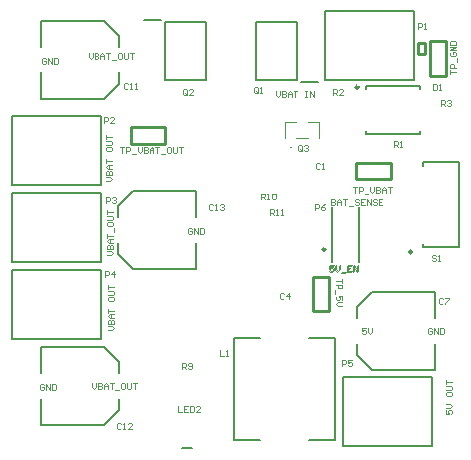
<source format=gto>
G04*
G04 #@! TF.GenerationSoftware,Altium Limited,Altium Designer,22.9.1 (49)*
G04*
G04 Layer_Color=65535*
%FSLAX44Y44*%
%MOMM*%
G71*
G04*
G04 #@! TF.SameCoordinates,C8543A43-BB23-4CB5-9DBE-1C6E9BA76EC2*
G04*
G04*
G04 #@! TF.FilePolarity,Positive*
G04*
G01*
G75*
%ADD10C,0.1000*%
%ADD11C,0.2500*%
%ADD12C,0.2000*%
%ADD13C,0.2540*%
%ADD14C,0.1270*%
%ADD15C,0.1500*%
%ADD16C,0.1250*%
D10*
X238750Y256500D02*
G03*
X239750Y256500I500J0D01*
G01*
D02*
G03*
X238750Y256500I-500J0D01*
G01*
X243750Y265000D02*
X253750D01*
X263250D02*
Y278000D01*
X253750D02*
X263250D01*
X234250D02*
X243750D01*
X234250Y265000D02*
Y278000D01*
D11*
X296455Y307715D02*
G03*
X296455Y307715I-1250J0D01*
G01*
X268550Y170250D02*
G03*
X268550Y170250I-1250J0D01*
G01*
D12*
X342200Y168250D02*
G03*
X342200Y168250I-1700J0D01*
G01*
X308125Y68250D02*
X361500D01*
Y90500D01*
Y112000D02*
Y134250D01*
X308125D02*
X361500D01*
X295500Y80875D02*
Y90500D01*
Y80875D02*
X308125Y68250D01*
X295500Y121625D02*
X308125Y134250D01*
X295500Y112000D02*
Y121625D01*
X348600Y268500D02*
Y270785D01*
X302600Y268500D02*
Y270785D01*
X348600Y306215D02*
Y308500D01*
X302600Y306215D02*
Y308500D01*
Y268500D02*
X348600D01*
X302600Y308500D02*
X348600D01*
X93500Y310625D02*
Y320250D01*
X80875Y298000D02*
X93500Y310625D01*
X80875Y364000D02*
X93500Y351375D01*
Y341750D02*
Y351375D01*
X27500Y298000D02*
X80875D01*
X27500D02*
Y320250D01*
Y341750D02*
Y364000D01*
X80875D01*
X115000Y364300D02*
X129500D01*
X133000Y313850D02*
Y362650D01*
Y313850D02*
X167500D01*
Y362650D01*
X133000D02*
X167500D01*
X247750Y312200D02*
X262250D01*
X244250Y313850D02*
Y362650D01*
X209750D02*
X244250D01*
X209750Y313850D02*
Y362650D01*
Y313850D02*
X244250D01*
X27500Y87750D02*
X80875D01*
X27500Y65500D02*
Y87750D01*
Y21750D02*
Y44000D01*
Y21750D02*
X80875D01*
X93500Y65500D02*
Y75125D01*
X80875Y87750D02*
X93500Y75125D01*
X80875Y21750D02*
X93500Y34375D01*
Y44000D01*
X190751Y8751D02*
X213251D01*
X190751Y95751D02*
X213251D01*
X254251Y8751D02*
X276751D01*
X254251Y95751D02*
X276751D01*
X190751Y8751D02*
Y95751D01*
X276751Y8751D02*
Y95751D01*
X93250Y197500D02*
Y207125D01*
X105875Y219750D01*
X93250Y166375D02*
X105875Y153750D01*
X93250Y166375D02*
Y176000D01*
X105875Y219750D02*
X159250D01*
Y197500D02*
Y219750D01*
Y153750D02*
Y176000D01*
X105875Y153750D02*
X159250D01*
X268350Y313460D02*
Y371880D01*
Y313460D02*
X343280D01*
X268350Y371880D02*
X343280D01*
Y313460D02*
Y371880D01*
X358530Y3710D02*
Y62130D01*
X283600D02*
X358530D01*
X283600Y3710D02*
X358530D01*
X283600D02*
Y62130D01*
X3470Y94870D02*
Y153290D01*
Y94870D02*
X78400D01*
X3470Y153290D02*
X78400D01*
Y94870D02*
Y153290D01*
X3470Y159620D02*
Y218040D01*
Y159620D02*
X78400D01*
X3470Y218040D02*
X78400D01*
Y159620D02*
Y218040D01*
X3470Y225370D02*
Y283790D01*
Y225370D02*
X78400D01*
X3470Y283790D02*
X78400D01*
Y225370D02*
Y283790D01*
X273800Y159600D02*
Y206300D01*
X297200Y159600D02*
Y206300D01*
D13*
X346750Y335750D02*
X352750D01*
X346750Y345500D02*
X352750D01*
Y335750D02*
Y345500D01*
X346750Y335750D02*
Y345500D01*
X356750Y317500D02*
X370750D01*
Y346500D01*
X356750D02*
X370750D01*
X356750Y317500D02*
Y346500D01*
X257750Y118000D02*
X271750D01*
Y147000D01*
X257750D02*
X271750D01*
X257750Y118000D02*
Y147000D01*
X132500Y259750D02*
Y273750D01*
X103500D02*
X132500D01*
X103500Y259750D02*
Y273750D01*
Y259750D02*
X132500D01*
X323750Y229750D02*
Y243750D01*
X294750D02*
X323750D01*
X294750Y229750D02*
Y243750D01*
Y229750D02*
X323750D01*
D14*
X351500Y241250D02*
Y244250D01*
X381500D01*
Y172250D02*
Y244250D01*
X351500Y172250D02*
X381500D01*
X351500D02*
Y175250D01*
D15*
X146828Y2164D02*
X155932D01*
D16*
X83002Y228750D02*
X86334D01*
X88000Y230416D01*
X86334Y232082D01*
X83002D01*
Y233748D02*
X88000D01*
Y236248D01*
X87167Y237081D01*
X86334D01*
X85501Y236248D01*
Y233748D01*
Y236248D01*
X84668Y237081D01*
X83835D01*
X83002Y236248D01*
Y233748D01*
X88000Y238747D02*
X84668D01*
X83002Y240413D01*
X84668Y242079D01*
X88000D01*
X85501D01*
Y238747D01*
X83002Y243745D02*
Y247077D01*
Y245411D01*
X88000D01*
X83002Y256241D02*
Y254575D01*
X83835Y253742D01*
X87167D01*
X88000Y254575D01*
Y256241D01*
X87167Y257074D01*
X83835D01*
X83002Y256241D01*
Y258740D02*
X87167D01*
X88000Y259573D01*
Y261239D01*
X87167Y262073D01*
X83002D01*
Y263739D02*
Y267071D01*
Y265405D01*
X88000D01*
X226500Y304748D02*
Y301416D01*
X228166Y299750D01*
X229832Y301416D01*
Y304748D01*
X231498D02*
Y299750D01*
X233997D01*
X234831Y300583D01*
Y301416D01*
X233997Y302249D01*
X231498D01*
X233997D01*
X234831Y303082D01*
Y303915D01*
X233997Y304748D01*
X231498D01*
X236497Y299750D02*
Y303082D01*
X238163Y304748D01*
X239829Y303082D01*
Y299750D01*
Y302249D01*
X236497D01*
X241495Y304748D02*
X244827D01*
X243161D01*
Y299750D01*
X251492Y304748D02*
X253158D01*
X252325D01*
Y299750D01*
X251492D01*
X253158D01*
X255657D02*
Y304748D01*
X258989Y299750D01*
Y304748D01*
X370752Y34582D02*
Y31250D01*
X373251D01*
X372418Y32916D01*
Y33749D01*
X373251Y34582D01*
X374917D01*
X375750Y33749D01*
Y32083D01*
X374917Y31250D01*
X370752Y36248D02*
X374084D01*
X375750Y37915D01*
X374084Y39581D01*
X370752D01*
Y48744D02*
Y47078D01*
X371585Y46245D01*
X374917D01*
X375750Y47078D01*
Y48744D01*
X374917Y49577D01*
X371585D01*
X370752Y48744D01*
Y51243D02*
X374917D01*
X375750Y52077D01*
Y53743D01*
X374917Y54576D01*
X370752D01*
Y56242D02*
Y59574D01*
Y57908D01*
X375750D01*
X84252Y102000D02*
X87584D01*
X89250Y103666D01*
X87584Y105332D01*
X84252D01*
Y106998D02*
X89250D01*
Y109498D01*
X88417Y110331D01*
X87584D01*
X86751Y109498D01*
Y106998D01*
Y109498D01*
X85918Y110331D01*
X85085D01*
X84252Y109498D01*
Y106998D01*
X89250Y111997D02*
X85918D01*
X84252Y113663D01*
X85918Y115329D01*
X89250D01*
X86751D01*
Y111997D01*
X84252Y116995D02*
Y120327D01*
Y118661D01*
X89250D01*
X84252Y129491D02*
Y127825D01*
X85085Y126992D01*
X88417D01*
X89250Y127825D01*
Y129491D01*
X88417Y130324D01*
X85085D01*
X84252Y129491D01*
Y131990D02*
X88417D01*
X89250Y132823D01*
Y134489D01*
X88417Y135323D01*
X84252D01*
Y136989D02*
Y140321D01*
Y138655D01*
X89250D01*
X367917Y128666D02*
X367084Y129499D01*
X365418D01*
X364585Y128666D01*
Y125334D01*
X365418Y124501D01*
X367084D01*
X367917Y125334D01*
X369583Y129499D02*
X372915D01*
Y128666D01*
X369583Y125334D01*
Y124501D01*
X248417Y254584D02*
Y257916D01*
X247584Y258749D01*
X245918D01*
X245085Y257916D01*
Y254584D01*
X245918Y253751D01*
X247584D01*
X246751Y255417D02*
X248417Y253751D01*
X247584D02*
X248417Y254584D01*
X250083Y257916D02*
X250916Y258749D01*
X252582D01*
X253415Y257916D01*
Y257083D01*
X252582Y256250D01*
X251749D01*
X252582D01*
X253415Y255417D01*
Y254584D01*
X252582Y253751D01*
X250916D01*
X250083Y254584D01*
X359918Y310749D02*
Y305751D01*
X362417D01*
X363250Y306584D01*
Y309916D01*
X362417Y310749D01*
X359918D01*
X364916Y305751D02*
X366582D01*
X365749D01*
Y310749D01*
X364916Y309916D01*
X101167Y310166D02*
X100334Y310999D01*
X98668D01*
X97835Y310166D01*
Y306834D01*
X98668Y306001D01*
X100334D01*
X101167Y306834D01*
X102833Y306001D02*
X104500D01*
X103666D01*
Y310999D01*
X102833Y310166D01*
X106999Y306001D02*
X108665D01*
X107832D01*
Y310999D01*
X106999Y310166D01*
X151167Y302334D02*
Y305666D01*
X150334Y306499D01*
X148668D01*
X147835Y305666D01*
Y302334D01*
X148668Y301501D01*
X150334D01*
X149501Y303167D02*
X151167Y301501D01*
X150334D02*
X151167Y302334D01*
X156165Y301501D02*
X152833D01*
X156165Y304833D01*
Y305666D01*
X155332Y306499D01*
X153666D01*
X152833Y305666D01*
X211500Y303584D02*
Y306916D01*
X210667Y307749D01*
X209001D01*
X208168Y306916D01*
Y303584D01*
X209001Y302751D01*
X210667D01*
X209834Y304417D02*
X211500Y302751D01*
X210667D02*
X211500Y303584D01*
X213166Y302751D02*
X214832D01*
X213999D01*
Y307749D01*
X213166Y306916D01*
X95584Y22916D02*
X94751Y23749D01*
X93085D01*
X92252Y22916D01*
Y19584D01*
X93085Y18751D01*
X94751D01*
X95584Y19584D01*
X97250Y18751D02*
X98917D01*
X98083D01*
Y23749D01*
X97250Y22916D01*
X104748Y18751D02*
X101416D01*
X104748Y22083D01*
Y22916D01*
X103915Y23749D01*
X102249D01*
X101416Y22916D01*
X233167Y132666D02*
X232334Y133499D01*
X230668D01*
X229835Y132666D01*
Y129334D01*
X230668Y128501D01*
X232334D01*
X233167Y129334D01*
X237332Y128501D02*
Y133499D01*
X234833Y131000D01*
X238165D01*
X366085Y292251D02*
Y297249D01*
X368584D01*
X369417Y296416D01*
Y294750D01*
X368584Y293917D01*
X366085D01*
X367751D02*
X369417Y292251D01*
X371083Y296416D02*
X371916Y297249D01*
X373582D01*
X374415Y296416D01*
Y295583D01*
X373582Y294750D01*
X372749D01*
X373582D01*
X374415Y293917D01*
Y293084D01*
X373582Y292251D01*
X371916D01*
X371083Y293084D01*
X264250Y242666D02*
X263417Y243499D01*
X261751D01*
X260918Y242666D01*
Y239334D01*
X261751Y238501D01*
X263417D01*
X264250Y239334D01*
X265916Y238501D02*
X267582D01*
X266749D01*
Y243499D01*
X265916Y242666D01*
X274835Y301251D02*
Y306249D01*
X277334D01*
X278167Y305416D01*
Y303750D01*
X277334Y302917D01*
X274835D01*
X276501D02*
X278167Y301251D01*
X283165D02*
X279833D01*
X283165Y304583D01*
Y305416D01*
X282332Y306249D01*
X280666D01*
X279833Y305416D01*
X179168Y85249D02*
Y80251D01*
X182500D01*
X184166D02*
X185832D01*
X184999D01*
Y85249D01*
X184166Y84416D01*
X326918Y257251D02*
Y262249D01*
X329417D01*
X330250Y261416D01*
Y259750D01*
X329417Y258917D01*
X326918D01*
X328584D02*
X330250Y257251D01*
X331916D02*
X333582D01*
X332749D01*
Y262249D01*
X331916Y261416D01*
X173084Y207916D02*
X172251Y208749D01*
X170585D01*
X169752Y207916D01*
Y204584D01*
X170585Y203751D01*
X172251D01*
X173084Y204584D01*
X174750Y203751D02*
X176417D01*
X175583D01*
Y208749D01*
X174750Y207916D01*
X178916D02*
X179749Y208749D01*
X181415D01*
X182248Y207916D01*
Y207083D01*
X181415Y206250D01*
X180582D01*
X181415D01*
X182248Y205417D01*
Y204584D01*
X181415Y203751D01*
X179749D01*
X178916Y204584D01*
X346668Y357251D02*
Y362249D01*
X349167D01*
X350000Y361416D01*
Y359750D01*
X349167Y358917D01*
X346668D01*
X351666Y357251D02*
X353332D01*
X352499D01*
Y362249D01*
X351666Y361416D01*
X282835Y71501D02*
Y76499D01*
X285334D01*
X286167Y75666D01*
Y74000D01*
X285334Y73167D01*
X282835D01*
X291165Y76499D02*
X287833D01*
Y74000D01*
X289499Y74833D01*
X290332D01*
X291165Y74000D01*
Y72334D01*
X290332Y71501D01*
X288666D01*
X287833Y72334D01*
X82085Y146751D02*
Y151749D01*
X84584D01*
X85417Y150916D01*
Y149250D01*
X84584Y148417D01*
X82085D01*
X89582Y146751D02*
Y151749D01*
X87083Y149250D01*
X90415D01*
X82585Y210001D02*
Y214999D01*
X85084D01*
X85917Y214166D01*
Y212500D01*
X85084Y211667D01*
X82585D01*
X87583Y214166D02*
X88416Y214999D01*
X90082D01*
X90915Y214166D01*
Y213333D01*
X90082Y212500D01*
X89249D01*
X90082D01*
X90915Y211667D01*
Y210834D01*
X90082Y210001D01*
X88416D01*
X87583Y210834D01*
X81335Y277751D02*
Y282749D01*
X83834D01*
X84667Y281916D01*
Y280250D01*
X83834Y279417D01*
X81335D01*
X89665Y277751D02*
X86333D01*
X89665Y281083D01*
Y281916D01*
X88832Y282749D01*
X87166D01*
X86333Y281916D01*
X30082Y55665D02*
X29249Y56498D01*
X27583D01*
X26750Y55665D01*
Y52333D01*
X27583Y51500D01*
X29249D01*
X30082Y52333D01*
Y53999D01*
X28416D01*
X31748Y51500D02*
Y56498D01*
X35081Y51500D01*
Y56498D01*
X36747D02*
Y51500D01*
X39246D01*
X40079Y52333D01*
Y55665D01*
X39246Y56498D01*
X36747D01*
X359082Y102915D02*
X358249Y103748D01*
X356583D01*
X355750Y102915D01*
Y99583D01*
X356583Y98750D01*
X358249D01*
X359082Y99583D01*
Y101249D01*
X357416D01*
X360748Y98750D02*
Y103748D01*
X364081Y98750D01*
Y103748D01*
X365747D02*
Y98750D01*
X368246D01*
X369079Y99583D01*
Y102915D01*
X368246Y103748D01*
X365747D01*
X68000Y336331D02*
Y332999D01*
X69666Y331333D01*
X71332Y332999D01*
Y336331D01*
X72998D02*
Y331333D01*
X75497D01*
X76331Y332166D01*
Y332999D01*
X75497Y333832D01*
X72998D01*
X75497D01*
X76331Y334665D01*
Y335498D01*
X75497Y336331D01*
X72998D01*
X77997Y331333D02*
Y334665D01*
X79663Y336331D01*
X81329Y334665D01*
Y331333D01*
Y333832D01*
X77997D01*
X82995Y336331D02*
X86327D01*
X84661D01*
Y331333D01*
X87993Y330500D02*
X91326D01*
X95491Y336331D02*
X93825D01*
X92992Y335498D01*
Y332166D01*
X93825Y331333D01*
X95491D01*
X96324Y332166D01*
Y335498D01*
X95491Y336331D01*
X97990D02*
Y332166D01*
X98823Y331333D01*
X100489D01*
X101322Y332166D01*
Y336331D01*
X102989D02*
X106321D01*
X104655D01*
Y331333D01*
X273500Y213331D02*
Y208333D01*
X275999D01*
X276832Y209166D01*
Y209999D01*
X275999Y210832D01*
X273500D01*
X275999D01*
X276832Y211665D01*
Y212498D01*
X275999Y213331D01*
X273500D01*
X278498Y208333D02*
Y211665D01*
X280165Y213331D01*
X281831Y211665D01*
Y208333D01*
Y210832D01*
X278498D01*
X283497Y213331D02*
X286829D01*
X285163D01*
Y208333D01*
X288495Y207500D02*
X291827D01*
X296826Y212498D02*
X295993Y213331D01*
X294326D01*
X293493Y212498D01*
Y211665D01*
X294326Y210832D01*
X295993D01*
X296826Y209999D01*
Y209166D01*
X295993Y208333D01*
X294326D01*
X293493Y209166D01*
X301824Y213331D02*
X298492D01*
Y208333D01*
X301824D01*
X298492Y210832D02*
X300158D01*
X303490Y208333D02*
Y213331D01*
X306822Y208333D01*
Y213331D01*
X311821Y212498D02*
X310988Y213331D01*
X309322D01*
X308489Y212498D01*
Y211665D01*
X309322Y210832D01*
X310988D01*
X311821Y209999D01*
Y209166D01*
X310988Y208333D01*
X309322D01*
X308489Y209166D01*
X316819Y213331D02*
X313487D01*
Y208333D01*
X316819D01*
X313487Y210832D02*
X315153D01*
X274832Y156081D02*
X271500D01*
Y153582D01*
X273166Y154415D01*
X273999D01*
X274832Y153582D01*
Y151916D01*
X273999Y151083D01*
X272333D01*
X271500Y151916D01*
X276498Y156081D02*
Y152749D01*
X278165Y151083D01*
X279831Y152749D01*
Y156081D01*
X281497Y150250D02*
X284829D01*
X289827Y156081D02*
X286495D01*
Y151083D01*
X289827D01*
X286495Y153582D02*
X288161D01*
X291493Y151083D02*
Y156081D01*
X294826Y151083D01*
Y156081D01*
X32082Y331665D02*
X31249Y332498D01*
X29583D01*
X28750Y331665D01*
Y328333D01*
X29583Y327500D01*
X31249D01*
X32082Y328333D01*
Y329999D01*
X30416D01*
X33748Y327500D02*
Y332498D01*
X37081Y327500D01*
Y332498D01*
X38747D02*
Y327500D01*
X41246D01*
X42079Y328333D01*
Y331665D01*
X41246Y332498D01*
X38747D01*
X83419Y165500D02*
X86751D01*
X88417Y167166D01*
X86751Y168832D01*
X83419D01*
Y170498D02*
X88417D01*
Y172997D01*
X87584Y173831D01*
X86751D01*
X85918Y172997D01*
Y170498D01*
Y172997D01*
X85085Y173831D01*
X84252D01*
X83419Y172997D01*
Y170498D01*
X88417Y175497D02*
X85085D01*
X83419Y177163D01*
X85085Y178829D01*
X88417D01*
X85918D01*
Y175497D01*
X83419Y180495D02*
Y183827D01*
Y182161D01*
X88417D01*
X89250Y185493D02*
Y188826D01*
X83419Y192991D02*
Y191325D01*
X84252Y190492D01*
X87584D01*
X88417Y191325D01*
Y192991D01*
X87584Y193824D01*
X84252D01*
X83419Y192991D01*
Y195490D02*
X87584D01*
X88417Y196323D01*
Y197989D01*
X87584Y198822D01*
X83419D01*
Y200488D02*
Y203821D01*
Y202155D01*
X88417D01*
X155582Y187665D02*
X154749Y188498D01*
X153083D01*
X152250Y187665D01*
Y184333D01*
X153083Y183500D01*
X154749D01*
X155582Y184333D01*
Y185999D01*
X153916D01*
X157248Y183500D02*
Y188498D01*
X160581Y183500D01*
Y188498D01*
X162247D02*
Y183500D01*
X164746D01*
X165579Y184333D01*
Y187665D01*
X164746Y188498D01*
X162247D01*
X70750Y57081D02*
Y53749D01*
X72416Y52083D01*
X74082Y53749D01*
Y57081D01*
X75748D02*
Y52083D01*
X78247D01*
X79081Y52916D01*
Y53749D01*
X78247Y54582D01*
X75748D01*
X78247D01*
X79081Y55415D01*
Y56248D01*
X78247Y57081D01*
X75748D01*
X80747Y52083D02*
Y55415D01*
X82413Y57081D01*
X84079Y55415D01*
Y52083D01*
Y54582D01*
X80747D01*
X85745Y57081D02*
X89077D01*
X87411D01*
Y52083D01*
X90743Y51250D02*
X94076D01*
X98241Y57081D02*
X96575D01*
X95742Y56248D01*
Y52916D01*
X96575Y52083D01*
X98241D01*
X99074Y52916D01*
Y56248D01*
X98241Y57081D01*
X100740D02*
Y52916D01*
X101573Y52083D01*
X103239D01*
X104072Y52916D01*
Y57081D01*
X105738D02*
X109071D01*
X107405D01*
Y52083D01*
X303082Y103498D02*
X299750D01*
Y100999D01*
X301416Y101832D01*
X302249D01*
X303082Y100999D01*
Y99333D01*
X302249Y98500D01*
X300583D01*
X299750Y99333D01*
X304748Y103498D02*
Y100166D01*
X306415Y98500D01*
X308081Y100166D01*
Y103498D01*
X275723Y156987D02*
X272390D01*
Y154488D01*
X274056Y155321D01*
X274890D01*
X275723Y154488D01*
Y152822D01*
X274890Y151989D01*
X273223D01*
X272390Y152822D01*
X277389Y156987D02*
Y153655D01*
X279055Y151989D01*
X280721Y153655D01*
Y156987D01*
X282387Y151156D02*
X285719D01*
X290718Y156987D02*
X287386D01*
Y151989D01*
X290718D01*
X287386Y154488D02*
X289052D01*
X292384Y151989D02*
Y156987D01*
X295716Y151989D01*
Y156987D01*
X260085Y203751D02*
Y208749D01*
X262584D01*
X263417Y207916D01*
Y206250D01*
X262584Y205417D01*
X260085D01*
X268415Y208749D02*
X266749Y207916D01*
X265083Y206250D01*
Y204584D01*
X265916Y203751D01*
X267582D01*
X268415Y204584D01*
Y205417D01*
X267582Y206250D01*
X265083D01*
X362250Y164666D02*
X361417Y165499D01*
X359751D01*
X358918Y164666D01*
Y163833D01*
X359751Y163000D01*
X361417D01*
X362250Y162167D01*
Y161334D01*
X361417Y160501D01*
X359751D01*
X358918Y161334D01*
X363916Y160501D02*
X365582D01*
X364749D01*
Y165499D01*
X363916Y164666D01*
X144086Y37499D02*
Y32501D01*
X147419D01*
X152417Y37499D02*
X149085D01*
Y32501D01*
X152417D01*
X149085Y35000D02*
X150751D01*
X154083Y37499D02*
Y32501D01*
X156582D01*
X157415Y33334D01*
Y36666D01*
X156582Y37499D01*
X154083D01*
X162414Y32501D02*
X159081D01*
X162414Y35833D01*
Y36666D01*
X161581Y37499D01*
X159915D01*
X159081Y36666D01*
X146835Y69501D02*
Y74499D01*
X149334D01*
X150167Y73666D01*
Y72000D01*
X149334Y71167D01*
X146835D01*
X148501D02*
X150167Y69501D01*
X151833Y70334D02*
X152666Y69501D01*
X154332D01*
X155165Y70334D01*
Y73666D01*
X154332Y74499D01*
X152666D01*
X151833Y73666D01*
Y72833D01*
X152666Y72000D01*
X155165D01*
X221585Y199251D02*
Y204249D01*
X224084D01*
X224917Y203416D01*
Y201750D01*
X224084Y200917D01*
X221585D01*
X223251D02*
X224917Y199251D01*
X226583D02*
X228250D01*
X227416D01*
Y204249D01*
X226583Y203416D01*
X230749Y199251D02*
X232415D01*
X231582D01*
Y204249D01*
X230749Y203416D01*
X214002Y212751D02*
Y217749D01*
X216501D01*
X217334Y216916D01*
Y215250D01*
X216501Y214417D01*
X214002D01*
X215668D02*
X217334Y212751D01*
X219000D02*
X220667D01*
X219834D01*
Y217749D01*
X219000Y216916D01*
X223166D02*
X223999Y217749D01*
X225665D01*
X226498Y216916D01*
Y213584D01*
X225665Y212751D01*
X223999D01*
X223166Y213584D01*
Y216916D01*
X374084Y318838D02*
Y322170D01*
Y320504D01*
X379083D01*
Y323836D02*
X374084D01*
Y326335D01*
X374917Y327169D01*
X376583D01*
X377416Y326335D01*
Y323836D01*
X379916Y328835D02*
Y332167D01*
X374917Y337165D02*
X374084Y336332D01*
Y334666D01*
X374917Y333833D01*
X378250D01*
X379083Y334666D01*
Y336332D01*
X378250Y337165D01*
X376583D01*
Y335499D01*
X379083Y338831D02*
X374084D01*
X379083Y342164D01*
X374084D01*
Y343830D02*
X379083D01*
Y346329D01*
X378250Y347162D01*
X374917D01*
X374084Y346329D01*
Y343830D01*
X282166Y145663D02*
Y142331D01*
Y143997D01*
X277167D01*
Y140665D02*
X282166D01*
Y138165D01*
X281333Y137332D01*
X279667D01*
X278834Y138165D01*
Y140665D01*
X276334Y135666D02*
Y132334D01*
X282166Y127336D02*
Y130668D01*
X279667D01*
X280500Y129002D01*
Y128169D01*
X279667Y127336D01*
X278000D01*
X277167Y128169D01*
Y129835D01*
X278000Y130668D01*
X282166Y125669D02*
X278834D01*
X277167Y124003D01*
X278834Y122337D01*
X282166D01*
X94592Y257166D02*
X97924D01*
X96258D01*
Y252167D01*
X99590D02*
Y257166D01*
X102090D01*
X102923Y256333D01*
Y254667D01*
X102090Y253834D01*
X99590D01*
X104589Y251334D02*
X107921D01*
X109587Y257166D02*
Y253834D01*
X111253Y252167D01*
X112919Y253834D01*
Y257166D01*
X114586D02*
Y252167D01*
X117085D01*
X117918Y253000D01*
Y253834D01*
X117085Y254667D01*
X114586D01*
X117085D01*
X117918Y255500D01*
Y256333D01*
X117085Y257166D01*
X114586D01*
X119584Y252167D02*
Y255500D01*
X121250Y257166D01*
X122916Y255500D01*
Y252167D01*
Y254667D01*
X119584D01*
X124582Y257166D02*
X127914D01*
X126248D01*
Y252167D01*
X129581Y251334D02*
X132913D01*
X137078Y257166D02*
X135412D01*
X134579Y256333D01*
Y253000D01*
X135412Y252167D01*
X137078D01*
X137911Y253000D01*
Y256333D01*
X137078Y257166D01*
X139577D02*
Y253000D01*
X140410Y252167D01*
X142077D01*
X142910Y253000D01*
Y257166D01*
X144576D02*
X147908D01*
X146242D01*
Y252167D01*
X291589Y223416D02*
X294921D01*
X293255D01*
Y218417D01*
X296587D02*
Y223416D01*
X299086D01*
X299919Y222583D01*
Y220917D01*
X299086Y220084D01*
X296587D01*
X301586Y217584D02*
X304918D01*
X306584Y223416D02*
Y220084D01*
X308250Y218417D01*
X309916Y220084D01*
Y223416D01*
X311582D02*
Y218417D01*
X314081D01*
X314914Y219250D01*
Y220084D01*
X314081Y220917D01*
X311582D01*
X314081D01*
X314914Y221750D01*
Y222583D01*
X314081Y223416D01*
X311582D01*
X316581Y218417D02*
Y221750D01*
X318247Y223416D01*
X319913Y221750D01*
Y218417D01*
Y220917D01*
X316581D01*
X321579Y223416D02*
X324911D01*
X323245D01*
Y218417D01*
M02*

</source>
